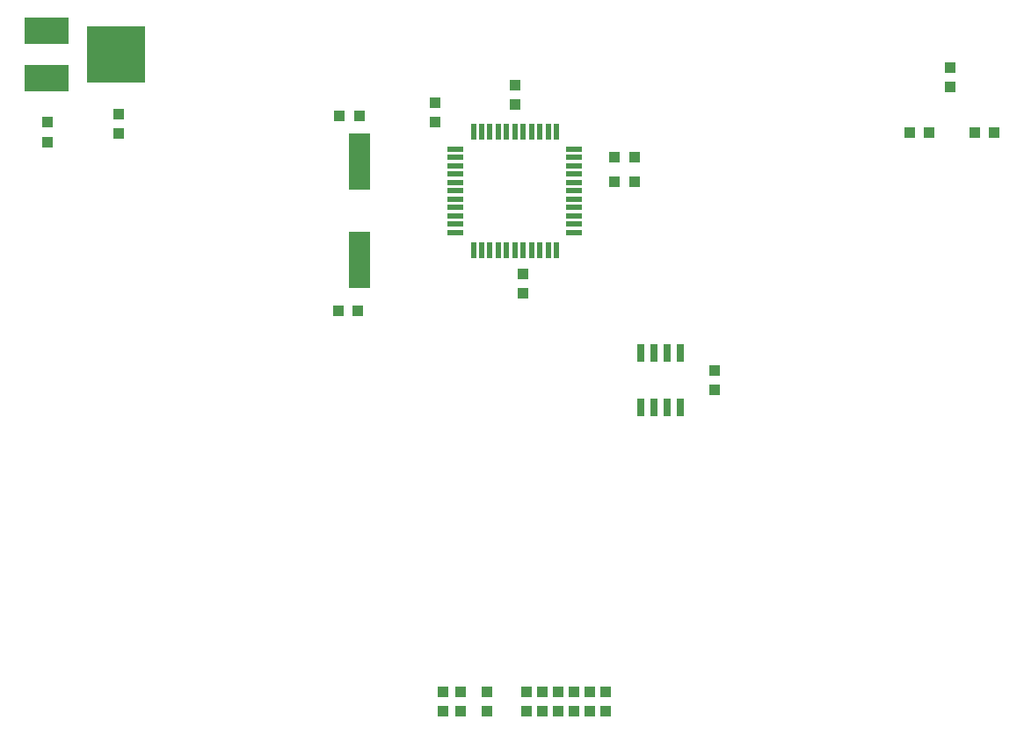
<source format=gtp>
%FSLAX44Y44*%
%MOMM*%
G71*
G01*
G75*
G04 Layer_Color=8421504*
%ADD10R,1.0000X1.0000*%
%ADD11R,1.0000X1.0000*%
%ADD12R,0.5500X1.5000*%
%ADD13R,1.5000X0.5500*%
%ADD14R,2.0000X5.5000*%
%ADD15R,0.7600X1.7800*%
%ADD16R,0.7200X1.7800*%
%ADD17R,4.3000X2.6000*%
%ADD18R,5.7000X5.5000*%
%ADD19C,0.9000*%
%ADD20C,2.0000*%
%ADD21C,1.4000*%
%ADD22C,0.5000*%
%ADD23C,0.3000*%
%ADD24C,0.5400*%
%ADD25C,1.0000*%
%ADD26C,0.4000*%
%ADD27C,0.2540*%
%ADD28R,1.8500X1.8500*%
%ADD29C,1.8500*%
%ADD30C,1.8000*%
%ADD31C,0.9000*%
%ADD32C,1.3000*%
%ADD33C,1.7000*%
%ADD34C,3.0000*%
%ADD35C,1.2700*%
%ADD36C,1.0000*%
%ADD37R,1.0000X1.4000*%
%ADD38C,0.2500*%
%ADD39C,0.2000*%
D10*
X861000Y1039000D02*
D03*
Y1020000D02*
D03*
X669000Y1295000D02*
D03*
Y1314000D02*
D03*
X1088000Y1331000D02*
D03*
Y1312000D02*
D03*
X642000Y729000D02*
D03*
Y710000D02*
D03*
X756000Y729000D02*
D03*
Y710000D02*
D03*
X741000Y729000D02*
D03*
Y710000D02*
D03*
X726000Y729000D02*
D03*
Y710000D02*
D03*
X711000Y729000D02*
D03*
Y710000D02*
D03*
X695000Y729000D02*
D03*
Y710000D02*
D03*
X680000Y729000D02*
D03*
Y710000D02*
D03*
X617000D02*
D03*
Y729000D02*
D03*
X600000Y710000D02*
D03*
Y729000D02*
D03*
X287000Y1267000D02*
D03*
Y1286000D02*
D03*
X219000Y1259000D02*
D03*
Y1278000D02*
D03*
X592000Y1297000D02*
D03*
Y1278000D02*
D03*
X677000Y1113000D02*
D03*
Y1132000D02*
D03*
D11*
X1068000Y1268000D02*
D03*
X1049000D02*
D03*
X1131000D02*
D03*
X1112000D02*
D03*
X784000Y1244000D02*
D03*
X765000D02*
D03*
X784000Y1221000D02*
D03*
X765000D02*
D03*
X519000Y1284000D02*
D03*
X500000D02*
D03*
X518000Y1096000D02*
D03*
X499000D02*
D03*
D12*
X709000Y1155000D02*
D03*
X701000D02*
D03*
X653000Y1154870D02*
D03*
X693000Y1155000D02*
D03*
X661000D02*
D03*
X669000D02*
D03*
X677000D02*
D03*
X685000D02*
D03*
X645000D02*
D03*
X637000D02*
D03*
X629000D02*
D03*
X709000Y1269000D02*
D03*
X701000D02*
D03*
X653000D02*
D03*
X693000D02*
D03*
X661000D02*
D03*
X669000D02*
D03*
X677000D02*
D03*
X685000D02*
D03*
X645000D02*
D03*
X637000D02*
D03*
X629000D02*
D03*
D13*
X726000Y1172000D02*
D03*
Y1180000D02*
D03*
Y1188000D02*
D03*
Y1228000D02*
D03*
Y1220000D02*
D03*
Y1212000D02*
D03*
Y1204000D02*
D03*
Y1236000D02*
D03*
Y1196000D02*
D03*
Y1244000D02*
D03*
Y1252000D02*
D03*
X612000D02*
D03*
Y1244000D02*
D03*
Y1196000D02*
D03*
Y1236000D02*
D03*
Y1204000D02*
D03*
Y1212000D02*
D03*
Y1220000D02*
D03*
Y1228000D02*
D03*
Y1188000D02*
D03*
Y1180000D02*
D03*
Y1172000D02*
D03*
D14*
X519000Y1145000D02*
D03*
Y1240000D02*
D03*
D15*
X790000Y1055800D02*
D03*
X802700D02*
D03*
X815400D02*
D03*
X828100D02*
D03*
X790000Y1003285D02*
D03*
X802700Y1003280D02*
D03*
X828100D02*
D03*
D16*
X815400D02*
D03*
D17*
X218000Y1366000D02*
D03*
Y1320300D02*
D03*
D18*
X284650Y1343150D02*
D03*
M02*

</source>
